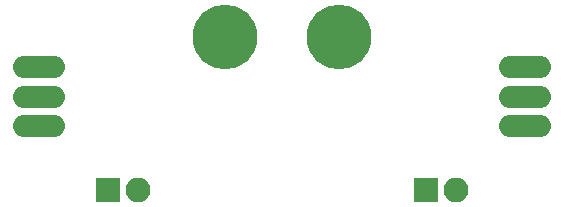
<source format=gts>
G04 #@! TF.FileFunction,Soldermask,Top*
%FSLAX46Y46*%
G04 Gerber Fmt 4.6, Leading zero omitted, Abs format (unit mm)*
G04 Created by KiCad (PCBNEW 4.0.6) date Wed May 10 19:24:10 2017*
%MOMM*%
%LPD*%
G01*
G04 APERTURE LIST*
%ADD10C,0.100000*%
%ADD11O,4.400000X1.900000*%
%ADD12C,5.480000*%
%ADD13R,2.100000X2.100000*%
%ADD14O,2.100000X2.100000*%
G04 APERTURE END LIST*
D10*
D11*
X147070000Y-90130000D03*
X147070000Y-85130000D03*
X147070000Y-87630000D03*
X188210000Y-85130000D03*
X188210000Y-90130000D03*
X188210000Y-87630000D03*
D12*
X162814000Y-82550000D03*
X172466000Y-82550000D03*
D13*
X152908000Y-95504000D03*
D14*
X155448000Y-95504000D03*
D13*
X179832000Y-95504000D03*
D14*
X182372000Y-95504000D03*
M02*

</source>
